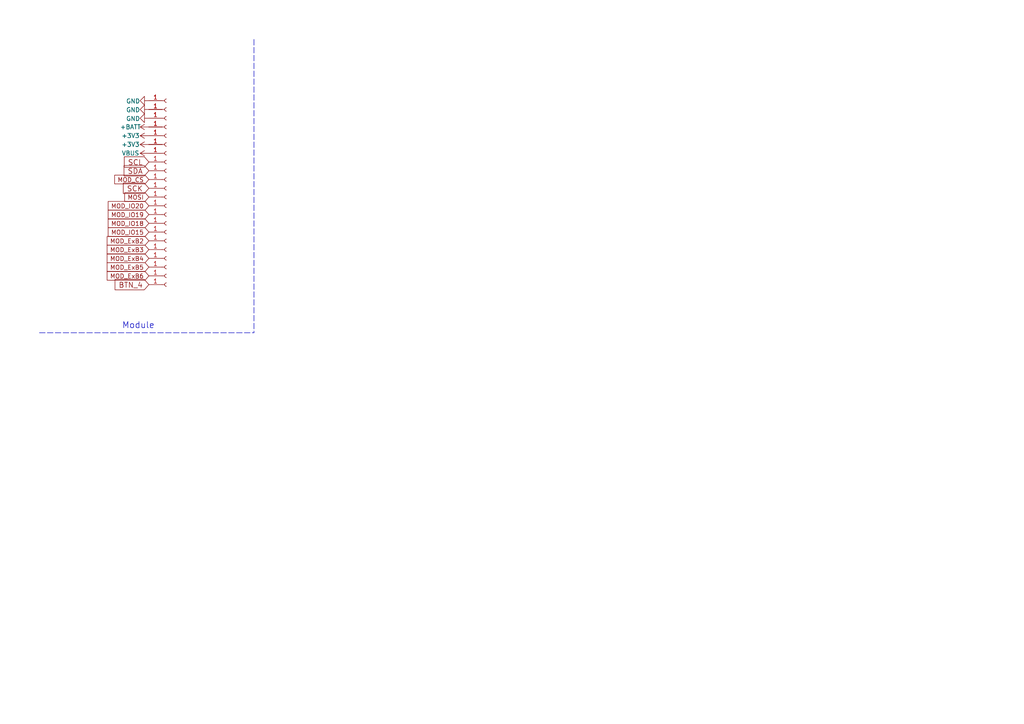
<source format=kicad_sch>
(kicad_sch (version 20231120) (generator "eeschema") (generator_version "8.0")
  (paper "A4")
  (lib_symbols
    (symbol "Watchy:+3.3V-power" (power) (pin_names (offset 0))
      (property "Value" "power_+3.3V" (at 0 3.556 0))
      (symbol "+3.3V-power_0_1"
        (polyline (pts (xy -0.762 1.27) (xy 0 2.54)))
        (polyline (pts (xy 0 0) (xy 0 2.54)))
        (polyline (pts (xy 0 2.54) (xy 0.762 1.27)))
      )
      (symbol "+3.3V-power_1_1"
        (pin power_in line (at 0 0 90) (length 0) hide (name "+3V3") (number "1"))
      )
    )
    (symbol "Watchy:+BATT-power" (power) (pin_names (offset 0))
      (property "Value" "power_+BATT" (at 0 3.556 0))
      (symbol "+BATT-power_0_1"
        (polyline (pts (xy -0.762 1.27) (xy 0 2.54)))
        (polyline (pts (xy 0 0) (xy 0 2.54)))
        (polyline (pts (xy 0 2.54) (xy 0.762 1.27)))
      )
      (symbol "+BATT-power_1_1"
        (pin power_in line (at 0 0 90) (length 0) hide (name "+BATT") (number "1"))
      )
    )
    (symbol "Watchy:Conn_01x01_Socket" (pin_names (offset 1.016) hide)
      (property "Reference" "J" (at 0 2.54 0))
      (property "Value" "Conn_01x01_Socket" (at 0 -2.54 0))
      (symbol "Conn_01x01_Socket_1_1"
        (polyline (pts (xy -1.27 0) (xy -0.508 0)) (stroke (width 0.1524)))
        (arc (start 0 0.508) (mid -0.5058 0) (end 0 -0.508) (stroke (width 0.1524)))
        (pin passive line (at -5.08 0 0) (length 3.81) (name "Pin_1") (number "1"))
      )
    )
    (symbol "Watchy:GND-power" (power) (pin_names (offset 0))
      (property "Value" "power_GND" (at 0 -3.81 0))
      (symbol "GND-power_0_1"
        (polyline (pts (xy 0 0) (xy 0 -1.27) (xy 1.27 -1.27) (xy 0 -2.54) (xy -1.27 -1.27) (xy 0 -1.27)))
      )
      (symbol "GND-power_1_1"
        (pin power_in line (at 0 0 270) (length 0) hide (name "GND") (number "1"))
      )
    )
    (symbol "Watchy:VBUS-power" (power) (pin_names (offset 0))
      (property "Value" "power_VBUS" (at 0 3.81 0))
      (symbol "VBUS-power_0_1"
        (polyline (pts (xy -0.762 1.27) (xy 0 2.54)))
        (polyline (pts (xy 0 0) (xy 0 2.54)))
        (polyline (pts (xy 0 2.54) (xy 0.762 1.27)))
      )
      (symbol "VBUS-power_1_1"
        (pin power_in line (at 0 0 90) (length 0) hide (name "VBUS") (number "1"))
      )
    )
  )
  (polyline (pts (xy 11.43 96.52) (xy 73.66 96.52)) (stroke (width 0) (type dash)))
  (polyline (pts (xy 73.66 11.43) (xy 73.66 96.52)) (stroke (width 0) (type dash)))
  (text "Module" (at 40.132 94.488 0) (effects (font (size 1.778 1.778))))
  (global_label "MOD_ExB3" (shape input) (at 43.18 72.39 180) (property "Intersheetrefs" "${INTERSHEET_REFS}" (effects (hide yes))))
  (global_label "MOD_ExB4" (shape input) (at 43.18 74.93 180) (property "Intersheetrefs" "${INTERSHEET_REFS}" (effects (hide yes))))
  (global_label "MOD_CS" (shape input) (at 43.18 52.07 180) (property "Intersheetrefs" "${INTERSHEET_REFS}" (effects (hide yes))))
  (global_label "MOD_ExB2" (shape input) (at 43.18 69.85 180) (property "Intersheetrefs" "${INTERSHEET_REFS}" (effects (hide yes))))
  (global_label "MOSI" (shape input) (at 43.18 57.15 180) (property "Intersheetrefs" "${INTERSHEET_REFS}" (effects (hide yes))))
  (global_label "BTN_4" (shape input) (at 43.18 82.55 180) (effects (font (size 1.524 1.524))) (property "Intersheetrefs" "${INTERSHEET_REFS}" (effects (hide yes))))
  (global_label "MOD_IO19" (shape input) (at 43.18 62.23 180) (property "Intersheetrefs" "${INTERSHEET_REFS}" (effects (hide yes))))
  (global_label "MOD_IO20" (shape input) (at 43.18 59.69 180) (property "Intersheetrefs" "${INTERSHEET_REFS}" (effects (hide yes))))
  (global_label "SDA" (shape input) (at 43.18 49.53 180) (effects (font (size 1.524 1.524))) (property "Intersheetrefs" "${INTERSHEET_REFS}" (effects (hide yes))))
  (global_label "SCK" (shape input) (at 43.18 54.61 180) (effects (font (size 1.524 1.524))) (property "Intersheetrefs" "${INTERSHEET_REFS}" (effects (hide yes))))
  (global_label "SCL" (shape input) (at 43.18 46.99 180) (effects (font (size 1.524 1.524))) (property "Intersheetrefs" "${INTERSHEET_REFS}" (effects (hide yes))))
  (global_label "MOD_ExB6" (shape input) (at 43.18 80.01 180) (property "Intersheetrefs" "${INTERSHEET_REFS}" (effects (hide yes))))
  (global_label "MOD_IO18" (shape input) (at 43.18 64.77 180) (property "Intersheetrefs" "${INTERSHEET_REFS}" (effects (hide yes))))
  (global_label "MOD_ExB5" (shape input) (at 43.18 77.47 180) (property "Intersheetrefs" "${INTERSHEET_REFS}" (effects (hide yes))))
  (global_label "MOD_IO15" (shape input) (at 43.18 67.31 180) (property "Intersheetrefs" "${INTERSHEET_REFS}" (effects (hide yes))))
  (symbol (lib_id "Watchy:GND-power") (at 43.18 34.29 270) (mirror x) (unit 1)
    (property "Reference" "#PWR03" (effects (hide yes)))
    (property "Value" "GND" (at 40.64 34.417 90) (effects (justify right)))
  )
  (symbol (lib_id "Watchy:Conn_01x01_Socket") (at 48.26 29.21 0) (unit 1)
    (property "Reference" "J1" (effects (hide yes)))
    (property "Value" "MOD_CONN" (effects (hide yes)))
    (property "Footprint" "Yatchy:mod_Connector" (effects (hide yes)))
    (property "Description" "Generic connector, single row, 01x01, script generated" (effects (hide yes)))
  )
  (symbol (lib_id "Watchy:Conn_01x01_Socket") (at 48.26 67.31 0) (unit 1)
    (property "Reference" "J16" (effects (hide yes)))
    (property "Value" "MOD_CONN" (effects (hide yes)))
    (property "Footprint" "Yatchy:mod_Connector" (effects (hide yes)))
    (property "Description" "Generic connector, single row, 01x01, script generated" (effects (hide yes)))
  )
  (symbol (lib_id "Watchy:Conn_01x01_Socket") (at 48.26 54.61 0) (unit 1)
    (property "Reference" "J11" (effects (hide yes)))
    (property "Value" "MOD_CONN" (effects (hide yes)))
    (property "Footprint" "Yatchy:mod_Connector" (effects (hide yes)))
    (property "Description" "Generic connector, single row, 01x01, script generated" (effects (hide yes)))
  )
  (symbol (lib_id "Watchy:Conn_01x01_Socket") (at 48.26 69.85 0) (unit 1)
    (property "Reference" "J17" (effects (hide yes)))
    (property "Value" "MOD_CONN" (effects (hide yes)))
    (property "Footprint" "Yatchy:mod_Connector" (effects (hide yes)))
    (property "Description" "Generic connector, single row, 01x01, script generated" (effects (hide yes)))
  )
  (symbol (lib_id "Watchy:Conn_01x01_Socket") (at 48.26 62.23 0) (unit 1)
    (property "Reference" "J14" (effects (hide yes)))
    (property "Value" "MOD_CONN" (effects (hide yes)))
    (property "Footprint" "Yatchy:mod_Connector" (effects (hide yes)))
    (property "Description" "Generic connector, single row, 01x01, script generated" (effects (hide yes)))
  )
  (symbol (lib_id "Watchy:Conn_01x01_Socket") (at 48.26 39.37 0) (unit 1)
    (property "Reference" "J5" (effects (hide yes)))
    (property "Value" "MOD_CONN" (effects (hide yes)))
    (property "Footprint" "Yatchy:mod_Connector" (effects (hide yes)))
    (property "Description" "Generic connector, single row, 01x01, script generated" (effects (hide yes)))
  )
  (symbol (lib_id "Watchy:GND-power") (at 43.18 31.75 270) (mirror x) (unit 1)
    (property "Reference" "#PWR02" (effects (hide yes)))
    (property "Value" "GND" (at 40.64 31.877 90) (effects (justify right)))
  )
  (symbol (lib_id "Watchy:Conn_01x01_Socket") (at 48.26 31.75 0) (unit 1)
    (property "Reference" "J2" (effects (hide yes)))
    (property "Value" "MOD_CONN" (effects (hide yes)))
    (property "Footprint" "Yatchy:mod_Connector" (effects (hide yes)))
    (property "Description" "Generic connector, single row, 01x01, script generated" (effects (hide yes)))
  )
  (symbol (lib_id "Watchy:+3.3V-power") (at 43.18 41.91 90) (unit 1)
    (property "Reference" "#PWR06" (effects (hide yes)))
    (property "Value" "+3V3" (at 40.513 41.91 90) (effects (justify left)))
  )
  (symbol (lib_id "Watchy:Conn_01x01_Socket") (at 48.26 36.83 0) (unit 1)
    (property "Reference" "J4" (effects (hide yes)))
    (property "Value" "MOD_CONN" (effects (hide yes)))
    (property "Footprint" "Yatchy:mod_Connector" (effects (hide yes)))
    (property "Description" "Generic connector, single row, 01x01, script generated" (effects (hide yes)))
  )
  (symbol (lib_id "Watchy:Conn_01x01_Socket") (at 48.26 34.29 0) (unit 1)
    (property "Reference" "J3" (effects (hide yes)))
    (property "Value" "MOD_CONN" (effects (hide yes)))
    (property "Footprint" "Yatchy:mod_Connector" (effects (hide yes)))
    (property "Description" "Generic connector, single row, 01x01, script generated" (effects (hide yes)))
  )
  (symbol (lib_id "Watchy:Conn_01x01_Socket") (at 48.26 64.77 0) (unit 1)
    (property "Reference" "J15" (effects (hide yes)))
    (property "Value" "MOD_CONN" (effects (hide yes)))
    (property "Footprint" "Yatchy:mod_Connector" (effects (hide yes)))
    (property "Description" "Generic connector, single row, 01x01, script generated" (effects (hide yes)))
  )
  (symbol (lib_id "Watchy:Conn_01x01_Socket") (at 48.26 49.53 0) (unit 1)
    (property "Reference" "J9" (effects (hide yes)))
    (property "Value" "MOD_CONN" (effects (hide yes)))
    (property "Footprint" "Yatchy:mod_Connector" (effects (hide yes)))
    (property "Description" "Generic connector, single row, 01x01, script generated" (effects (hide yes)))
  )
  (symbol (lib_id "Watchy:+3.3V-power") (at 43.18 39.37 90) (unit 1)
    (property "Reference" "#PWR05" (effects (hide yes)))
    (property "Value" "+3V3" (at 40.513 39.37 90) (effects (justify left)))
  )
  (symbol (lib_id "Watchy:Conn_01x01_Socket") (at 48.26 59.69 0) (unit 1)
    (property "Reference" "J13" (effects (hide yes)))
    (property "Value" "MOD_CONN" (effects (hide yes)))
    (property "Footprint" "Yatchy:mod_Connector" (effects (hide yes)))
    (property "Description" "Generic connector, single row, 01x01, script generated" (effects (hide yes)))
  )
  (symbol (lib_id "Watchy:Conn_01x01_Socket") (at 48.26 77.47 0) (unit 1)
    (property "Reference" "J20" (effects (hide yes)))
    (property "Value" "MOD_CONN" (effects (hide yes)))
    (property "Footprint" "Yatchy:mod_Connector" (effects (hide yes)))
    (property "Description" "Generic connector, single row, 01x01, script generated" (effects (hide yes)))
  )
  (symbol (lib_id "Watchy:Conn_01x01_Socket") (at 48.26 41.91 0) (unit 1)
    (property "Reference" "J6" (effects (hide yes)))
    (property "Value" "MOD_CONN" (effects (hide yes)))
    (property "Footprint" "Yatchy:mod_Connector" (effects (hide yes)))
    (property "Description" "Generic connector, single row, 01x01, script generated" (effects (hide yes)))
  )
  (symbol (lib_id "Watchy:Conn_01x01_Socket") (at 48.26 46.99 0) (unit 1)
    (property "Reference" "J8" (effects (hide yes)))
    (property "Value" "MOD_CONN" (effects (hide yes)))
    (property "Footprint" "Yatchy:mod_Connector" (effects (hide yes)))
    (property "Description" "Generic connector, single row, 01x01, script generated" (effects (hide yes)))
  )
  (symbol (lib_id "Watchy:Conn_01x01_Socket") (at 48.26 82.55 0) (unit 1)
    (property "Reference" "J22" (effects (hide yes)))
    (property "Value" "MOD_CONN" (effects (hide yes)))
    (property "Footprint" "Yatchy:mod_Connector" (effects (hide yes)))
    (property "Description" "Generic connector, single row, 01x01, script generated" (effects (hide yes)))
  )
  (symbol (lib_id "Watchy:VBUS-power") (at 43.18 44.45 90) (unit 1)
    (property "Reference" "#PWR07" (effects (hide yes)))
    (property "Value" "VBUS" (at 37.846 44.45 90))
  )
  (symbol (lib_id "Watchy:Conn_01x01_Socket") (at 48.26 74.93 0) (unit 1)
    (property "Reference" "J19" (effects (hide yes)))
    (property "Value" "MOD_CONN" (effects (hide yes)))
    (property "Footprint" "Yatchy:mod_Connector" (effects (hide yes)))
    (property "Description" "Generic connector, single row, 01x01, script generated" (effects (hide yes)))
  )
  (symbol (lib_id "Watchy:GND-power") (at 43.18 29.21 270) (mirror x) (unit 1)
    (property "Reference" "#PWR01" (effects (hide yes)))
    (property "Value" "GND" (at 40.64 29.337 90) (effects (justify right)))
  )
  (symbol (lib_id "Watchy:Conn_01x01_Socket") (at 48.26 80.01 0) (unit 1)
    (property "Reference" "J21" (effects (hide yes)))
    (property "Value" "MOD_CONN" (effects (hide yes)))
    (property "Footprint" "Yatchy:mod_Connector" (effects (hide yes)))
    (property "Description" "Generic connector, single row, 01x01, script generated" (effects (hide yes)))
  )
  (symbol (lib_id "Watchy:Conn_01x01_Socket") (at 48.26 57.15 0) (unit 1)
    (property "Reference" "J12" (effects (hide yes)))
    (property "Value" "MOD_CONN" (effects (hide yes)))
    (property "Footprint" "Yatchy:mod_Connector" (effects (hide yes)))
    (property "Description" "Generic connector, single row, 01x01, script generated" (effects (hide yes)))
  )
  (symbol (lib_id "Watchy:Conn_01x01_Socket") (at 48.26 44.45 0) (unit 1)
    (property "Reference" "J7" (effects (hide yes)))
    (property "Value" "MOD_CONN" (effects (hide yes)))
    (property "Footprint" "Yatchy:mod_Connector" (effects (hide yes)))
    (property "Description" "Generic connector, single row, 01x01, script generated" (effects (hide yes)))
  )
  (symbol (lib_id "Watchy:Conn_01x01_Socket") (at 48.26 72.39 0) (unit 1)
    (property "Reference" "J18" (effects (hide yes)))
    (property "Value" "MOD_CONN" (effects (hide yes)))
    (property "Footprint" "Yatchy:mod_Connector" (effects (hide yes)))
    (property "Description" "Generic connector, single row, 01x01, script generated" (effects (hide yes)))
  )
  (symbol (lib_id "Watchy:Conn_01x01_Socket") (at 48.26 52.07 0) (unit 1)
    (property "Reference" "J10" (effects (hide yes)))
    (property "Value" "MOD_CONN" (effects (hide yes)))
    (property "Footprint" "Yatchy:mod_Connector" (effects (hide yes)))
    (property "Description" "Generic connector, single row, 01x01, script generated" (effects (hide yes)))
  )
  (symbol (lib_id "Watchy:+BATT-power") (at 43.18 36.83 90) (unit 1)
    (property "Reference" "#PWR04" (effects (hide yes)))
    (property "Value" "+BATT" (at 37.846 36.83 90))
  )
)
</source>
